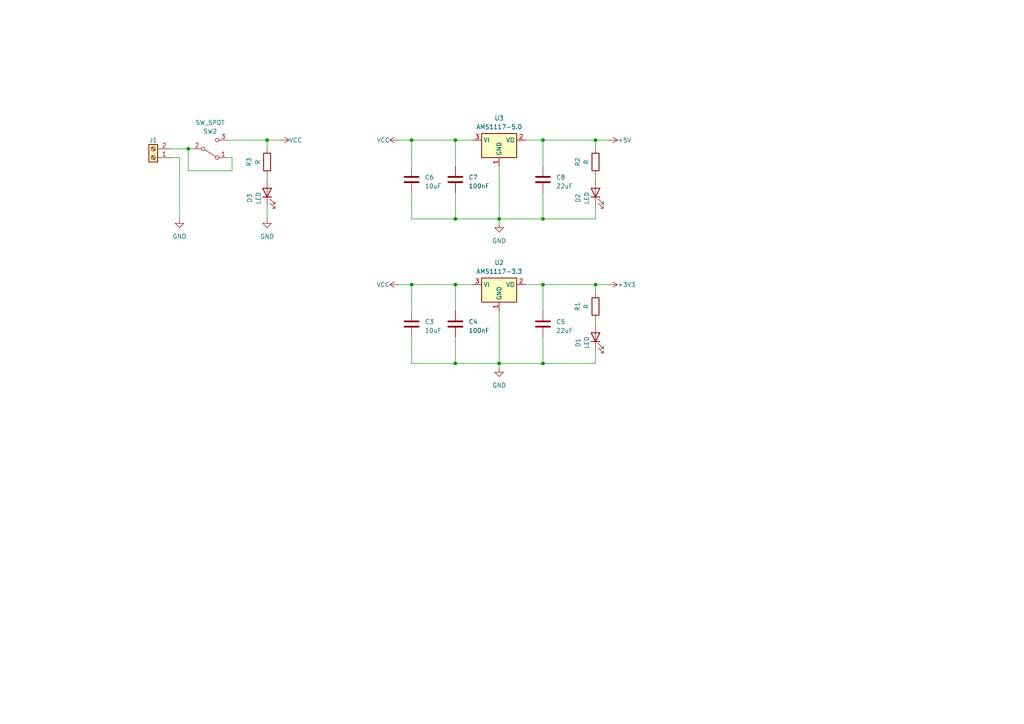
<source format=kicad_sch>
(kicad_sch (version 20230121) (generator eeschema)
  (paper "A4")
  (lib_symbols
    (symbol "Connector:Screw_Terminal_01x02" (pin_names (offset 1.016) hide)
      (property "Reference" "J" (at 0 2.54 0))
      (property "Value" "Screw_Terminal_01x02" (at 0 -5.08 0))
      (symbol "Screw_Terminal_01x02_1_1"
        (rectangle (start -1.27 1.27) (end 1.27 -3.81) (stroke (width 0.254)) (fill (type background)))
        (circle (center 0 -2.54) (radius 0.635) (stroke (width 0.1524)))
        (polyline (pts (xy -0.5334 -2.2098) (xy 0.3302 -3.048)) (stroke (width 0.1524)))
        (polyline (pts (xy -0.5334 0.3302) (xy 0.3302 -0.508)) (stroke (width 0.1524)))
        (polyline (pts (xy -0.3556 -2.032) (xy 0.508 -2.8702)) (stroke (width 0.1524)))
        (polyline (pts (xy -0.3556 0.508) (xy 0.508 -0.3302)) (stroke (width 0.1524)))
        (circle (center 0 0) (radius 0.635) (stroke (width 0.1524)))
        (pin passive line (at -5.08 0 0) (length 3.81) (name "Pin_1") (number "1"))
        (pin passive line (at -5.08 -2.54 0) (length 3.81) (name "Pin_2") (number "2"))
      )
    )
    (symbol "Device:C" (pin_numbers hide) (pin_names (offset 0.254))
      (property "Reference" "C" (at 0.635 2.54 0))
      (property "Value" "C" (at 0.635 -2.54 0))
      (symbol "C_0_1"
        (polyline (pts (xy -2.032 -0.762) (xy 2.032 -0.762)) (stroke (width 0.508)))
        (polyline (pts (xy -2.032 0.762) (xy 2.032 0.762)) (stroke (width 0.508)))
      )
      (symbol "C_1_1"
        (pin passive line (at 0 3.81 270) (length 2.794) (name "~") (number "1"))
        (pin passive line (at 0 -3.81 90) (length 2.794) (name "~") (number "2"))
      )
    )
    (symbol "Device:LED" (pin_numbers hide) (pin_names (offset 1.016) hide)
      (property "Reference" "D" (at 0 2.54 0))
      (property "Value" "LED" (at 0 -2.54 0))
      (symbol "LED_0_1"
        (polyline (pts (xy -1.27 -1.27) (xy -1.27 1.27)) (stroke (width 0.254)))
        (polyline (pts (xy -1.27 0) (xy 1.27 0)))
        (polyline (pts (xy 1.27 -1.27) (xy 1.27 1.27) (xy -1.27 0) (xy 1.27 -1.27)) (stroke (width 0.254)))
        (polyline (pts (xy -3.048 -0.762) (xy -4.572 -2.286) (xy -3.81 -2.286) (xy -4.572 -2.286) (xy -4.572 -1.524)))
        (polyline (pts (xy -1.778 -0.762) (xy -3.302 -2.286) (xy -2.54 -2.286) (xy -3.302 -2.286) (xy -3.302 -1.524)))
      )
      (symbol "LED_1_1"
        (pin passive line (at -3.81 0 0) (length 2.54) (name "K") (number "1"))
        (pin passive line (at 3.81 0 180) (length 2.54) (name "A") (number "2"))
      )
    )
    (symbol "Device:R" (pin_numbers hide) (pin_names (offset 0))
      (property "Reference" "R" (at 2.032 0 90))
      (property "Value" "R" (at 0 0 90))
      (symbol "R_0_1"
        (rectangle (start -1.016 -2.54) (end 1.016 2.54) (stroke (width 0.254)))
      )
      (symbol "R_1_1"
        (pin passive line (at 0 3.81 270) (length 1.27) (name "~") (number "1"))
        (pin passive line (at 0 -3.81 90) (length 1.27) (name "~") (number "2"))
      )
    )
    (symbol "Regulator_Linear:AMS1117-3.3"
      (property "Reference" "U" (at -3.81 3.175 0))
      (property "Value" "AMS1117-3.3" (at 0 3.175 0))
      (symbol "AMS1117-3.3_0_1"
        (rectangle (start -5.08 -5.08) (end 5.08 1.905) (stroke (width 0.254)) (fill (type background)))
      )
      (symbol "AMS1117-3.3_1_1"
        (pin power_in line (at 0 -7.62 90) (length 2.54) (name "GND") (number "1"))
        (pin power_out line (at 7.62 0 180) (length 2.54) (name "VO") (number "2"))
        (pin power_in line (at -7.62 0 0) (length 2.54) (name "VI") (number "3"))
      )
    )
    (symbol "Regulator_Linear:AMS1117-5.0"
      (property "Reference" "U" (at -3.81 3.175 0))
      (property "Value" "AMS1117-5.0" (at 0 3.175 0))
      (symbol "AMS1117-5.0_0_1"
        (rectangle (start -5.08 -5.08) (end 5.08 1.905) (stroke (width 0.254)) (fill (type background)))
      )
      (symbol "AMS1117-5.0_1_1"
        (pin power_in line (at 0 -7.62 90) (length 2.54) (name "GND") (number "1"))
        (pin power_out line (at 7.62 0 180) (length 2.54) (name "VO") (number "2"))
        (pin power_in line (at -7.62 0 0) (length 2.54) (name "VI") (number "3"))
      )
    )
    (symbol "Switch:SW_SPDT" (pin_names (offset 0) hide)
      (property "Reference" "SW" (at 0 4.318 0))
      (property "Value" "SW_SPDT" (at 0 -5.08 0))
      (symbol "SW_SPDT_0_0"
        (circle (center -2.032 0) (radius 0.508))
        (circle (center 2.032 -2.54) (radius 0.508))
      )
      (symbol "SW_SPDT_0_1"
        (polyline (pts (xy -1.524 0.254) (xy 1.651 2.286)))
        (circle (center 2.032 2.54) (radius 0.508))
      )
      (symbol "SW_SPDT_1_1"
        (pin passive line (at 5.08 2.54 180) (length 2.54) (name "A") (number "1"))
        (pin passive line (at -5.08 0 0) (length 2.54) (name "B") (number "2"))
        (pin passive line (at 5.08 -2.54 180) (length 2.54) (name "C") (number "3"))
      )
    )
    (symbol "power:+3V3" (power) (pin_names (offset 0))
      (property "Value" "+3V3" (at 0 3.556 0))
      (symbol "+3V3_0_1"
        (polyline (pts (xy -0.762 1.27) (xy 0 2.54)))
        (polyline (pts (xy 0 0) (xy 0 2.54)))
        (polyline (pts (xy 0 2.54) (xy 0.762 1.27)))
      )
      (symbol "+3V3_1_1"
        (pin power_in line (at 0 0 90) (length 0) hide (name "+3V3") (number "1"))
      )
    )
    (symbol "power:+5V" (power) (pin_names (offset 0))
      (property "Value" "+5V" (at 0 3.556 0))
      (symbol "+5V_0_1"
        (polyline (pts (xy -0.762 1.27) (xy 0 2.54)))
        (polyline (pts (xy 0 0) (xy 0 2.54)))
        (polyline (pts (xy 0 2.54) (xy 0.762 1.27)))
      )
      (symbol "+5V_1_1"
        (pin power_in line (at 0 0 90) (length 0) hide (name "+5V") (number "1"))
      )
    )
    (symbol "power:GND" (power) (pin_names (offset 0))
      (property "Value" "GND" (at 0 -3.81 0))
      (symbol "GND_0_1"
        (polyline (pts (xy 0 0) (xy 0 -1.27) (xy 1.27 -1.27) (xy 0 -2.54) (xy -1.27 -1.27) (xy 0 -1.27)))
      )
      (symbol "GND_1_1"
        (pin power_in line (at 0 0 270) (length 0) hide (name "GND") (number "1"))
      )
    )
    (symbol "power:VCC" (power) (pin_names (offset 0))
      (property "Value" "VCC" (at 0 3.81 0))
      (symbol "VCC_0_1"
        (polyline (pts (xy -0.762 1.27) (xy 0 2.54)))
        (polyline (pts (xy 0 0) (xy 0 2.54)))
        (polyline (pts (xy 0 2.54) (xy 0.762 1.27)))
      )
      (symbol "VCC_1_1"
        (pin power_in line (at 0 0 90) (length 0) hide (name "VCC") (number "1"))
      )
    )
  )
  (junction (at 54.61 43.18))
  (junction (at 157.48 105.41))
  (junction (at 144.78 63.5))
  (junction (at 132.08 63.5))
  (junction (at 157.48 40.64))
  (junction (at 132.08 82.55))
  (junction (at 132.08 40.64))
  (junction (at 119.38 82.55))
  (junction (at 132.08 105.41))
  (junction (at 157.48 63.5))
  (junction (at 77.47 40.64))
  (junction (at 172.72 82.55))
  (junction (at 119.38 40.64))
  (junction (at 172.72 40.64))
  (junction (at 157.48 82.55))
  (junction (at 144.78 105.41))
  (wire (pts (xy 172.72 59.69) (xy 172.72 63.5)))
  (wire (pts (xy 119.38 97.79) (xy 119.38 105.41)))
  (wire (pts (xy 172.72 92.71) (xy 172.72 93.98)))
  (wire (pts (xy 52.07 45.72) (xy 52.07 63.5)))
  (wire (pts (xy 66.04 45.72) (xy 67.31 45.72)))
  (wire (pts (xy 77.47 40.64) (xy 77.47 43.18)))
  (wire (pts (xy 67.31 49.53) (xy 54.61 49.53)))
  (wire (pts (xy 157.48 82.55) (xy 157.48 90.17)))
  (wire (pts (xy 172.72 43.18) (xy 172.72 40.64)))
  (wire (pts (xy 172.72 101.6) (xy 172.72 105.41)))
  (wire (pts (xy 172.72 105.41) (xy 157.48 105.41)))
  (wire (pts (xy 132.08 55.88) (xy 132.08 63.5)))
  (wire (pts (xy 119.38 48.26) (xy 119.38 40.64)))
  (wire (pts (xy 77.47 50.8) (xy 77.47 52.07)))
  (wire (pts (xy 172.72 63.5) (xy 157.48 63.5)))
  (wire (pts (xy 119.38 105.41) (xy 132.08 105.41)))
  (wire (pts (xy 119.38 55.88) (xy 119.38 63.5)))
  (wire (pts (xy 144.78 48.26) (xy 144.78 63.5)))
  (wire (pts (xy 172.72 82.55) (xy 157.48 82.55)))
  (wire (pts (xy 132.08 105.41) (xy 144.78 105.41)))
  (wire (pts (xy 119.38 40.64) (xy 132.08 40.64)))
  (wire (pts (xy 157.48 40.64) (xy 157.48 48.26)))
  (wire (pts (xy 132.08 82.55) (xy 137.16 82.55)))
  (wire (pts (xy 115.57 82.55) (xy 119.38 82.55)))
  (wire (pts (xy 49.53 45.72) (xy 52.07 45.72)))
  (wire (pts (xy 157.48 55.88) (xy 157.48 63.5)))
  (wire (pts (xy 172.72 40.64) (xy 157.48 40.64)))
  (wire (pts (xy 172.72 50.8) (xy 172.72 52.07)))
  (wire (pts (xy 132.08 82.55) (xy 132.08 90.17)))
  (wire (pts (xy 132.08 48.26) (xy 132.08 40.64)))
  (wire (pts (xy 157.48 97.79) (xy 157.48 105.41)))
  (wire (pts (xy 152.4 82.55) (xy 157.48 82.55)))
  (wire (pts (xy 132.08 97.79) (xy 132.08 105.41)))
  (wire (pts (xy 152.4 40.64) (xy 157.48 40.64)))
  (wire (pts (xy 144.78 90.17) (xy 144.78 105.41)))
  (wire (pts (xy 67.31 45.72) (xy 67.31 49.53)))
  (wire (pts (xy 132.08 63.5) (xy 144.78 63.5)))
  (wire (pts (xy 176.53 40.64) (xy 172.72 40.64)))
  (wire (pts (xy 144.78 63.5) (xy 157.48 63.5)))
  (wire (pts (xy 176.53 82.55) (xy 172.72 82.55)))
  (wire (pts (xy 119.38 82.55) (xy 132.08 82.55)))
  (wire (pts (xy 119.38 90.17) (xy 119.38 82.55)))
  (wire (pts (xy 132.08 40.64) (xy 137.16 40.64)))
  (wire (pts (xy 144.78 106.68) (xy 144.78 105.41)))
  (wire (pts (xy 77.47 40.64) (xy 81.28 40.64)))
  (wire (pts (xy 66.04 40.64) (xy 77.47 40.64)))
  (wire (pts (xy 49.53 43.18) (xy 54.61 43.18)))
  (wire (pts (xy 77.47 59.69) (xy 77.47 63.5)))
  (wire (pts (xy 119.38 63.5) (xy 132.08 63.5)))
  (wire (pts (xy 54.61 49.53) (xy 54.61 43.18)))
  (wire (pts (xy 144.78 105.41) (xy 157.48 105.41)))
  (wire (pts (xy 54.61 43.18) (xy 55.88 43.18)))
  (wire (pts (xy 144.78 63.5) (xy 144.78 64.77)))
  (wire (pts (xy 115.57 40.64) (xy 119.38 40.64)))
  (wire (pts (xy 172.72 82.55) (xy 172.72 85.09)))
  (symbol (lib_id "power:+3V3") (at 176.53 82.55 270) (unit 1)
    (property "Reference" "#PWR08" (effects hide))
    (property "Value" "+3V3" (at 179.07 82.55 90) (effects (justify left)))
    (instances (project "Motherboard" (path "" (reference "#PWR08") (unit 1))) (project "Linefollower" (path "" (reference "#PWR041") (unit 1)) (path "" (reference "#PWR045") (unit 1))))
  )
  (symbol (lib_id "Device:C") (at 119.38 93.98 0) (unit 1)
    (property "Reference" "C3" (at 123.19 93.345 0) (effects (justify left)))
    (property "Value" "10uF" (at 123.19 95.885 0) (effects (justify left)))
    (property "Footprint" "Capacitor_SMD:C_1206_3216Metric" (effects hide))
    (instances (project "Motherboard" (path "" (reference "C3") (unit 1))) (project "Linefollower" (path "" (reference "C1") (unit 1)) (path "" (reference "C7") (unit 1))))
  )
  (symbol (lib_id "Switch:SW_SPDT") (at 60.96 43.18 0) (mirror x) (unit 1)
    (property "Reference" "SW2" (at 60.96 38.1 0))
    (property "Value" "SW_SPDT" (at 60.96 35.56 0))
    (property "Footprint" "AA_Switches:SPDT_5MS1S102AM6QE" (effects hide))
  )
  (symbol (lib_id "power:GND") (at 52.07 63.5 0) (unit 1)
    (property "Reference" "#PWR05" (effects hide))
    (property "Value" "GND" (at 52.07 68.58 0))
    (instances (project "Motherboard" (path "" (reference "#PWR05") (unit 1))) (project "Linefollower" (path "" (reference "#PWR052") (unit 1)) (path "" (reference "#PWR044") (unit 1))))
  )
  (symbol (lib_id "Device:LED") (at 77.47 55.88 90) (unit 1)
    (property "Reference" "D3" (at 72.39 57.4675 0))
    (property "Value" "LED" (at 74.93 57.4675 0))
    (property "Footprint" "LED_SMD:LED_1210_3225Metric_Pad1.42x2.65mm_HandSolder" (effects hide))
    (instances (project "Motherboard" (path "" (reference "D3") (unit 1))) (project "Linefollower" (path "" (reference "D1") (unit 1)) (path "" (reference "D2") (unit 1)) (path "" (reference "D8") (unit 1))))
  )
  (symbol (lib_id "Device:C") (at 119.38 52.07 0) (unit 1)
    (property "Reference" "C6" (at 123.19 51.435 0) (effects (justify left)))
    (property "Value" "10uF" (at 123.19 53.975 0) (effects (justify left)))
    (property "Footprint" "Capacitor_SMD:C_1206_3216Metric" (effects hide))
    (instances (project "Motherboard" (path "" (reference "C6") (unit 1))) (project "Linefollower" (path "" (reference "C2") (unit 1)) (path "" (reference "C7") (unit 1))))
  )
  (symbol (lib_id "Device:LED") (at 172.72 55.88 90) (unit 1)
    (property "Reference" "D2" (at 167.64 57.4675 0))
    (property "Value" "LED" (at 170.18 57.4675 0))
    (property "Footprint" "LED_SMD:LED_1210_3225Metric_Pad1.42x2.65mm_HandSolder" (effects hide))
    (instances (project "Motherboard" (path "" (reference "D2") (unit 1))) (project "Linefollower" (path "" (reference "D1") (unit 1)) (path "" (reference "D2") (unit 1)) (path "" (reference "D9") (unit 1))))
  )
  (symbol (lib_id "power:GND") (at 77.47 63.5 0) (unit 1)
    (property "Reference" "#PWR04" (effects hide))
    (property "Value" "GND" (at 77.47 68.58 0))
    (instances (project "Motherboard" (path "" (reference "#PWR04") (unit 1))) (project "Linefollower" (path "" (reference "#PWR052") (unit 1)) (path "" (reference "#PWR044") (unit 1))))
  )
  (symbol (lib_id "Device:C") (at 132.08 52.07 0) (unit 1)
    (property "Reference" "C7" (at 135.89 51.435 0) (effects (justify left)))
    (property "Value" "100nF" (at 135.89 53.975 0) (effects (justify left)))
    (property "Footprint" "Capacitor_SMD:C_1206_3216Metric" (effects hide))
    (instances (project "Motherboard" (path "" (reference "C7") (unit 1))) (project "Linefollower" (path "" (reference "C6") (unit 1)) (path "" (reference "C10") (unit 1))))
  )
  (symbol (lib_id "power:VCC") (at 115.57 40.64 90) (unit 1)
    (property "Reference" "#PWR09" (effects hide))
    (property "Value" "VCC" (at 109.22 40.64 90) (effects (justify right)))
    (instances (project "Motherboard" (path "" (reference "#PWR09") (unit 1))) (project "Linefollower" (path "" (reference "#PWR040") (unit 1)) (path "" (reference "#PWR046") (unit 1))))
  )
  (symbol (lib_id "Device:C") (at 132.08 93.98 0) (unit 1)
    (property "Reference" "C4" (at 135.89 93.345 0) (effects (justify left)))
    (property "Value" "100nF" (at 135.89 95.885 0) (effects (justify left)))
    (property "Footprint" "Capacitor_SMD:C_1206_3216Metric" (effects hide))
    (instances (project "Motherboard" (path "" (reference "C4") (unit 1))) (project "Linefollower" (path "" (reference "C5") (unit 1)) (path "" (reference "C7") (unit 1))))
  )
  (symbol (lib_id "Device:R") (at 77.47 46.99 180) (unit 1)
    (property "Reference" "R3" (at 72.2628 46.99 90))
    (property "Value" "R" (at 74.8028 46.99 90))
    (property "Footprint" "Resistor_SMD:R_1206_3216Metric" (effects hide))
    (instances (project "Motherboard" (path "" (reference "R3") (unit 1))) (project "Linefollower" (path "" (reference "R13") (unit 1)) (path "" (reference "R22") (unit 1)) (path "" (reference "R6") (unit 1)) (path "" (reference "R14") (unit 1))))
  )
  (symbol (lib_id "Device:LED") (at 172.72 97.79 90) (unit 1)
    (property "Reference" "D1" (at 167.64 99.3775 0))
    (property "Value" "LED" (at 170.18 99.3775 0))
    (property "Footprint" "LED_SMD:LED_1210_3225Metric_Pad1.42x2.65mm_HandSolder" (effects hide))
    (instances (project "Motherboard" (path "" (reference "D1") (unit 1))) (project "Linefollower" (path "" (reference "D1") (unit 1)) (path "" (reference "D2") (unit 1)) (path "" (reference "D8") (unit 1))))
  )
  (symbol (lib_id "Regulator_Linear:AMS1117-3.3") (at 144.78 82.55 0) (unit 1)
    (property "Reference" "U2" (at 144.78 76.2 0))
    (property "Value" "AMS1117-3.3" (at 144.78 78.74 0))
    (property "Footprint" "Package_TO_SOT_SMD:SOT-223-3_TabPin2" (effects hide))
    (property "Datasheet" "http://www.advanced-monolithic.com/pdf/ds1117.pdf" (effects hide))
    (instances (project "Motherboard" (path "" (reference "U2") (unit 1))) (project "Linefollower" (path "" (reference "U4") (unit 1)) (path "" (reference "U4") (unit 1)) (path "" (reference "U14") (unit 1))))
  )
  (symbol (lib_id "Regulator_Linear:AMS1117-5.0") (at 144.78 40.64 0) (unit 1)
    (property "Reference" "U3" (at 144.78 34.29 0))
    (property "Value" "AMS1117-5.0" (at 144.78 36.83 0))
    (property "Footprint" "Package_TO_SOT_SMD:SOT-223-3_TabPin2" (effects hide))
    (property "Datasheet" "http://www.advanced-monolithic.com/pdf/ds1117.pdf" (effects hide))
    (instances (project "Motherboard" (path "" (reference "U3") (unit 1))) (project "Linefollower" (path "" (reference "U5") (unit 1)) (path "" (reference "U5") (unit 1)) (path "" (reference "U15") (unit 1))))
  )
  (symbol (lib_id "Connector:Screw_Terminal_01x02") (at 44.45 45.72 180) (unit 1)
    (property "Reference" "J1" (at 44.45 40.64 0))
    (property "Value" "Screw_Terminal_01x02" (effects hide))
    (property "Footprint" "AB_Connector_AMASS:AMASS_XT60-M_1x02_P7.20mm_Vertical" (effects hide))
    (instances (project "Motherboard" (path "" (reference "J1") (unit 1))) (project "Linefollower" (path "" (reference "J1") (unit 1)) (path "" (reference "J1") (unit 1)) (path "" (reference "J3") (unit 1))))
  )
  (symbol (lib_id "Device:R") (at 172.72 46.99 180) (unit 1)
    (property "Reference" "R2" (at 167.5128 46.99 90))
    (property "Value" "R" (at 170.0528 46.99 90))
    (property "Footprint" "Resistor_SMD:R_1206_3216Metric" (effects hide))
    (instances (project "Motherboard" (path "" (reference "R2") (unit 1))) (project "Linefollower" (path "" (reference "R13") (unit 1)) (path "" (reference "R23") (unit 1)) (path "" (reference "R6") (unit 1)) (path "" (reference "R14") (unit 1))))
  )
  (symbol (lib_id "Device:C") (at 157.48 93.98 0) (unit 1)
    (property "Reference" "C5" (at 161.29 93.345 0) (effects (justify left)))
    (property "Value" "22uF" (at 161.29 95.885 0) (effects (justify left)))
    (property "Footprint" "Capacitor_SMD:C_1206_3216Metric" (effects hide))
    (instances (project "Motherboard" (path "" (reference "C5") (unit 1))) (project "Linefollower" (path "" (reference "C4") (unit 1)) (path "" (reference "C7") (unit 1))))
  )
  (symbol (lib_id "Device:C") (at 157.48 52.07 0) (unit 1)
    (property "Reference" "C8" (at 161.29 51.435 0) (effects (justify left)))
    (property "Value" "22uF" (at 161.29 53.975 0) (effects (justify left)))
    (property "Footprint" "Capacitor_SMD:C_1206_3216Metric" (effects hide))
    (instances (project "Motherboard" (path "" (reference "C8") (unit 1))) (project "Linefollower" (path "" (reference "C3") (unit 1)) (path "" (reference "C7") (unit 1))))
  )
  (symbol (lib_id "power:+5V") (at 176.53 40.64 270) (unit 1)
    (property "Reference" "#PWR011" (effects hide))
    (property "Value" "+5V" (at 179.07 40.64 90) (effects (justify left)))
    (instances (project "Motherboard" (path "" (reference "#PWR011") (unit 1))) (project "Linefollower" (path "" (reference "#PWR042") (unit 1)) (path "" (reference "#PWR048") (unit 1))))
  )
  (symbol (lib_id "power:VCC") (at 81.28 40.64 270) (unit 1)
    (property "Reference" "#PWR027" (effects hide))
    (property "Value" "VCC" (at 83.82 40.64 90) (effects (justify left)))
    (instances (project "Motherboard" (path "" (reference "#PWR027") (unit 1))) (project "Linefollower" (path "" (reference "#PWR053") (unit 1)) (path "" (reference "#PWR043") (unit 1))))
  )
  (symbol (lib_id "power:GND") (at 144.78 64.77 0) (unit 1)
    (property "Reference" "#PWR010" (effects hide))
    (property "Value" "GND" (at 144.78 69.85 0))
    (instances (project "Motherboard" (path "" (reference "#PWR010") (unit 1))) (project "Linefollower" (path "" (reference "#PWR039") (unit 1)) (path "" (reference "#PWR047") (unit 1))))
  )
  (symbol (lib_id "power:GND") (at 144.78 106.68 0) (unit 1)
    (property "Reference" "#PWR07" (effects hide))
    (property "Value" "GND" (at 144.78 111.76 0))
    (instances (project "Motherboard" (path "" (reference "#PWR07") (unit 1))) (project "Linefollower" (path "" (reference "#PWR038") (unit 1)) (path "" (reference "#PWR044") (unit 1))))
  )
  (symbol (lib_id "power:VCC") (at 115.57 82.55 90) (unit 1)
    (property "Reference" "#PWR06" (effects hide))
    (property "Value" "VCC" (at 109.22 82.55 90) (effects (justify right)))
    (instances (project "Motherboard" (path "" (reference "#PWR06") (unit 1))) (project "Linefollower" (path "" (reference "#PWR037") (unit 1)) (path "" (reference "#PWR043") (unit 1))))
  )
  (symbol (lib_id "Device:R") (at 172.72 88.9 180) (unit 1)
    (property "Reference" "R1" (at 167.5128 88.9 90))
    (property "Value" "R" (at 170.0528 88.9 90))
    (property "Footprint" "Resistor_SMD:R_1206_3216Metric" (effects hide))
    (instances (project "Motherboard" (path "" (reference "R1") (unit 1))) (project "Linefollower" (path "" (reference "R13") (unit 1)) (path "" (reference "R22") (unit 1)) (path "" (reference "R6") (unit 1)) (path "" (reference "R14") (unit 1))))
  )
)
</source>
